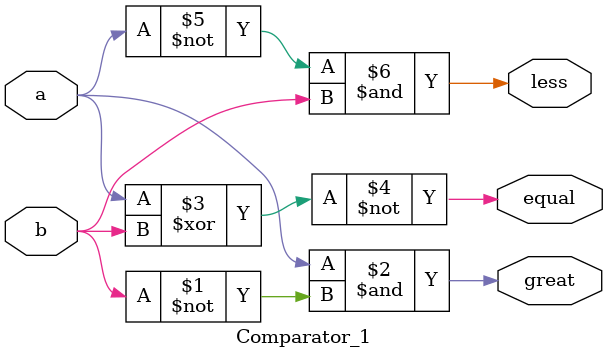
<source format=v>
module Comparator_1 (a, b, great, equal, less);
    input a, b;

    output great, equal, less;

    assign great = a & ~b;
    assign equal = ~(a ^ b);
    assign less = ~a & b;

endmodule
</source>
